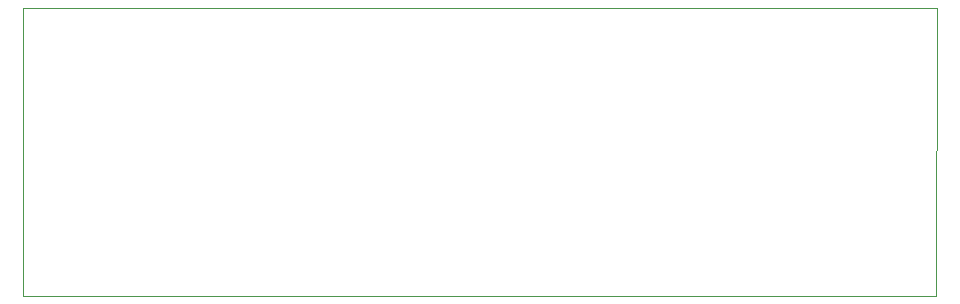
<source format=gbr>
G04 #@! TF.GenerationSoftware,KiCad,Pcbnew,(5.1.4)-1*
G04 #@! TF.CreationDate,2020-08-24T20:29:47-05:00*
G04 #@! TF.ProjectId,NiteLite,4e697465-4c69-4746-952e-6b696361645f,rev?*
G04 #@! TF.SameCoordinates,Original*
G04 #@! TF.FileFunction,Profile,NP*
%FSLAX46Y46*%
G04 Gerber Fmt 4.6, Leading zero omitted, Abs format (unit mm)*
G04 Created by KiCad (PCBNEW (5.1.4)-1) date 2020-08-24 20:29:47*
%MOMM*%
%LPD*%
G04 APERTURE LIST*
%ADD10C,0.050000*%
G04 APERTURE END LIST*
D10*
X162560000Y-104140000D02*
X85200000Y-104140000D01*
X162500000Y-128600000D02*
X162560000Y-104140000D01*
X85200000Y-128600000D02*
X162500000Y-128600000D01*
X85200000Y-104140000D02*
X85200000Y-128600000D01*
M02*

</source>
